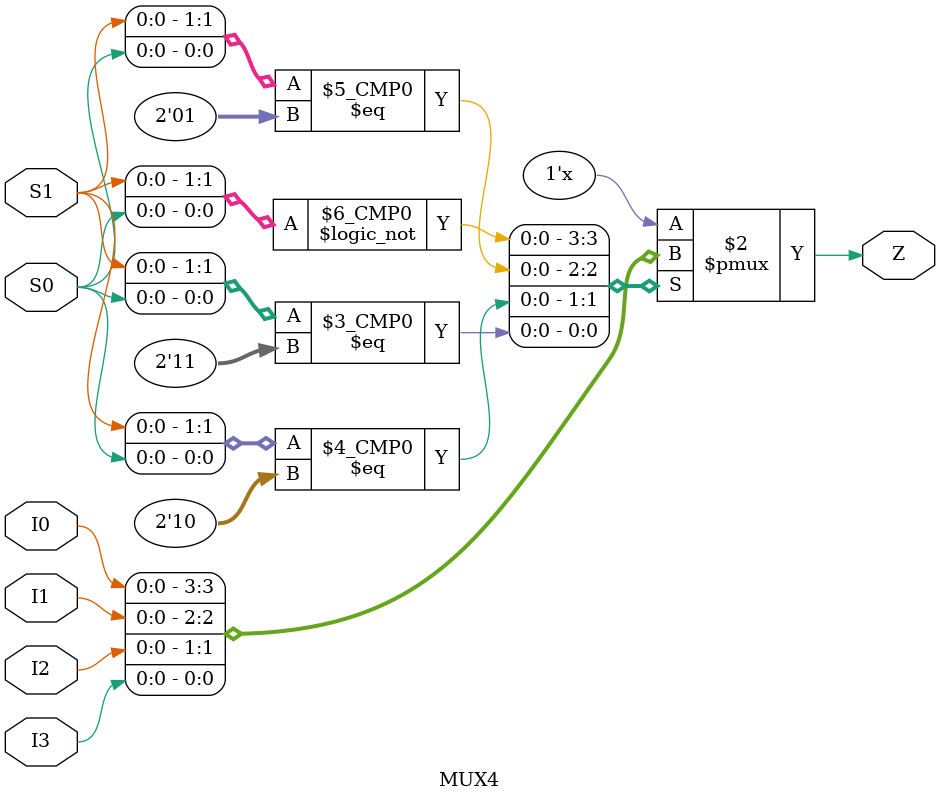
<source format=v>
module MUX4 (
            input I0, I1, I2, I3,
				input S0, S1,
				output reg Z
            );
				
always @ (*)
begin
	case ({S1,S0})
	2'b00 : Z = I0;
	2'b01 : Z = I1;
	2'b10 : Z = I2;
	2'b11 : Z = I3;
	endcase
end

endmodule 
</source>
